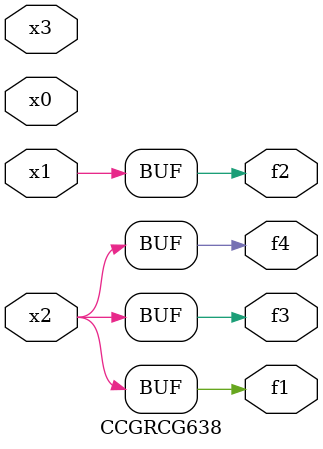
<source format=v>
module CCGRCG638(
	input x0, x1, x2, x3,
	output f1, f2, f3, f4
);
	assign f1 = x2;
	assign f2 = x1;
	assign f3 = x2;
	assign f4 = x2;
endmodule

</source>
